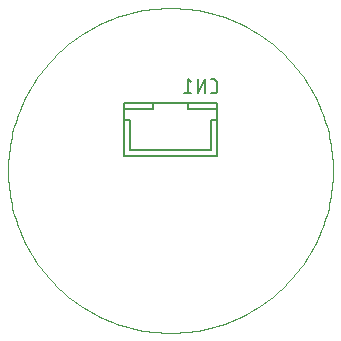
<source format=gbo>
G75*
%MOIN*%
%OFA0B0*%
%FSLAX25Y25*%
%IPPOS*%
%LPD*%
%AMOC8*
5,1,8,0,0,1.08239X$1,22.5*
%
%ADD10C,0.00000*%
%ADD11C,0.00600*%
%ADD12C,0.00500*%
D10*
X0055134Y0001000D02*
X0053816Y0001016D01*
X0052498Y0001064D01*
X0051182Y0001144D01*
X0049869Y0001257D01*
X0048559Y0001401D01*
X0047252Y0001577D01*
X0045950Y0001785D01*
X0044654Y0002024D01*
X0043364Y0002295D01*
X0042080Y0002597D01*
X0040805Y0002931D01*
X0039538Y0003295D01*
X0038280Y0003690D01*
X0037033Y0004116D01*
X0035796Y0004572D01*
X0034570Y0005058D01*
X0033357Y0005573D01*
X0032156Y0006118D01*
X0030970Y0006693D01*
X0029797Y0007295D01*
X0028640Y0007926D01*
X0027498Y0008586D01*
X0026373Y0009272D01*
X0025265Y0009986D01*
X0024174Y0010727D01*
X0023102Y0011494D01*
X0022049Y0012287D01*
X0021015Y0013105D01*
X0020002Y0013949D01*
X0019009Y0014817D01*
X0018038Y0015708D01*
X0017089Y0016623D01*
X0016163Y0017561D01*
X0015259Y0018521D01*
X0014380Y0019503D01*
X0013524Y0020506D01*
X0012693Y0021529D01*
X0011887Y0022573D01*
X0011107Y0023636D01*
X0010353Y0024717D01*
X0009626Y0025817D01*
X0008926Y0026933D01*
X0008253Y0028067D01*
X0007607Y0029217D01*
X0006990Y0030382D01*
X0006402Y0031561D01*
X0005842Y0032755D01*
X0005312Y0033962D01*
X0004811Y0035181D01*
X0004340Y0036413D01*
X0003899Y0037655D01*
X0003489Y0038908D01*
X0003109Y0040170D01*
X0002760Y0041442D01*
X0002442Y0042721D01*
X0002156Y0044008D01*
X0001900Y0045301D01*
X0001677Y0046600D01*
X0001485Y0047905D01*
X0001325Y0049213D01*
X0001197Y0050525D01*
X0001100Y0051840D01*
X0001036Y0053157D01*
X0001004Y0054475D01*
X0001004Y0055793D01*
X0001036Y0057111D01*
X0001100Y0058428D01*
X0001197Y0059743D01*
X0001325Y0061055D01*
X0001485Y0062363D01*
X0001677Y0063668D01*
X0001900Y0064967D01*
X0002156Y0066260D01*
X0002442Y0067547D01*
X0002760Y0068826D01*
X0003109Y0070098D01*
X0003489Y0071360D01*
X0003899Y0072613D01*
X0004340Y0073855D01*
X0004811Y0075087D01*
X0005312Y0076306D01*
X0005842Y0077513D01*
X0006402Y0078707D01*
X0006990Y0079886D01*
X0007607Y0081051D01*
X0008253Y0082201D01*
X0008926Y0083335D01*
X0009626Y0084451D01*
X0010353Y0085551D01*
X0011107Y0086632D01*
X0011887Y0087695D01*
X0012693Y0088739D01*
X0013524Y0089762D01*
X0014380Y0090765D01*
X0015259Y0091747D01*
X0016163Y0092707D01*
X0017089Y0093645D01*
X0018038Y0094560D01*
X0019009Y0095451D01*
X0020002Y0096319D01*
X0021015Y0097163D01*
X0022049Y0097981D01*
X0023102Y0098774D01*
X0024174Y0099541D01*
X0025265Y0100282D01*
X0026373Y0100996D01*
X0027498Y0101682D01*
X0028640Y0102342D01*
X0029797Y0102973D01*
X0030970Y0103575D01*
X0032156Y0104150D01*
X0033357Y0104695D01*
X0034570Y0105210D01*
X0035796Y0105696D01*
X0037033Y0106152D01*
X0038280Y0106578D01*
X0039538Y0106973D01*
X0040805Y0107337D01*
X0042080Y0107671D01*
X0043364Y0107973D01*
X0044654Y0108244D01*
X0045950Y0108483D01*
X0047252Y0108691D01*
X0048559Y0108867D01*
X0049869Y0109011D01*
X0051182Y0109124D01*
X0052498Y0109204D01*
X0053816Y0109252D01*
X0055134Y0109268D01*
X0056452Y0109252D01*
X0057770Y0109204D01*
X0059086Y0109124D01*
X0060399Y0109011D01*
X0061709Y0108867D01*
X0063016Y0108691D01*
X0064318Y0108483D01*
X0065614Y0108244D01*
X0066904Y0107973D01*
X0068188Y0107671D01*
X0069463Y0107337D01*
X0070730Y0106973D01*
X0071988Y0106578D01*
X0073235Y0106152D01*
X0074472Y0105696D01*
X0075698Y0105210D01*
X0076911Y0104695D01*
X0078112Y0104150D01*
X0079298Y0103575D01*
X0080471Y0102973D01*
X0081628Y0102342D01*
X0082770Y0101682D01*
X0083895Y0100996D01*
X0085003Y0100282D01*
X0086094Y0099541D01*
X0087166Y0098774D01*
X0088219Y0097981D01*
X0089253Y0097163D01*
X0090266Y0096319D01*
X0091259Y0095451D01*
X0092230Y0094560D01*
X0093179Y0093645D01*
X0094105Y0092707D01*
X0095009Y0091747D01*
X0095888Y0090765D01*
X0096744Y0089762D01*
X0097575Y0088739D01*
X0098381Y0087695D01*
X0099161Y0086632D01*
X0099915Y0085551D01*
X0100642Y0084451D01*
X0101342Y0083335D01*
X0102015Y0082201D01*
X0102661Y0081051D01*
X0103278Y0079886D01*
X0103866Y0078707D01*
X0104426Y0077513D01*
X0104956Y0076306D01*
X0105457Y0075087D01*
X0105928Y0073855D01*
X0106369Y0072613D01*
X0106779Y0071360D01*
X0107159Y0070098D01*
X0107508Y0068826D01*
X0107826Y0067547D01*
X0108112Y0066260D01*
X0108368Y0064967D01*
X0108591Y0063668D01*
X0108783Y0062363D01*
X0108943Y0061055D01*
X0109071Y0059743D01*
X0109168Y0058428D01*
X0109232Y0057111D01*
X0109264Y0055793D01*
X0109264Y0054475D01*
X0109232Y0053157D01*
X0109168Y0051840D01*
X0109071Y0050525D01*
X0108943Y0049213D01*
X0108783Y0047905D01*
X0108591Y0046600D01*
X0108368Y0045301D01*
X0108112Y0044008D01*
X0107826Y0042721D01*
X0107508Y0041442D01*
X0107159Y0040170D01*
X0106779Y0038908D01*
X0106369Y0037655D01*
X0105928Y0036413D01*
X0105457Y0035181D01*
X0104956Y0033962D01*
X0104426Y0032755D01*
X0103866Y0031561D01*
X0103278Y0030382D01*
X0102661Y0029217D01*
X0102015Y0028067D01*
X0101342Y0026933D01*
X0100642Y0025817D01*
X0099915Y0024717D01*
X0099161Y0023636D01*
X0098381Y0022573D01*
X0097575Y0021529D01*
X0096744Y0020506D01*
X0095888Y0019503D01*
X0095009Y0018521D01*
X0094105Y0017561D01*
X0093179Y0016623D01*
X0092230Y0015708D01*
X0091259Y0014817D01*
X0090266Y0013949D01*
X0089253Y0013105D01*
X0088219Y0012287D01*
X0087166Y0011494D01*
X0086094Y0010727D01*
X0085003Y0009986D01*
X0083895Y0009272D01*
X0082770Y0008586D01*
X0081628Y0007926D01*
X0080471Y0007295D01*
X0079298Y0006693D01*
X0078112Y0006118D01*
X0076911Y0005573D01*
X0075698Y0005058D01*
X0074472Y0004572D01*
X0073235Y0004116D01*
X0071988Y0003690D01*
X0070730Y0003295D01*
X0069463Y0002931D01*
X0068188Y0002597D01*
X0066904Y0002295D01*
X0065614Y0002024D01*
X0064318Y0001785D01*
X0063016Y0001577D01*
X0061709Y0001401D01*
X0060399Y0001257D01*
X0059086Y0001144D01*
X0057770Y0001064D01*
X0056452Y0001016D01*
X0055134Y0001000D01*
D11*
X0039583Y0059858D02*
X0070685Y0059858D01*
X0070685Y0071866D01*
X0068618Y0071866D01*
X0068618Y0061925D01*
X0041650Y0061925D01*
X0041650Y0071866D01*
X0039583Y0071866D01*
X0039583Y0059858D01*
X0039583Y0071866D02*
X0039583Y0075508D01*
X0049228Y0075508D01*
X0049228Y0077575D01*
X0039583Y0077575D01*
X0039583Y0075508D01*
X0049228Y0077575D02*
X0061039Y0077575D01*
X0061039Y0075508D01*
X0070685Y0075508D01*
X0070685Y0071866D01*
X0070685Y0075508D02*
X0070685Y0077575D01*
X0061039Y0077575D01*
D12*
X0060817Y0080974D02*
X0060817Y0085474D01*
X0062067Y0084474D01*
X0064217Y0085474D02*
X0064217Y0080974D01*
X0066717Y0085474D01*
X0066717Y0080974D01*
X0068632Y0080974D02*
X0069632Y0080974D01*
X0069692Y0080976D01*
X0069753Y0080981D01*
X0069812Y0080990D01*
X0069871Y0081003D01*
X0069930Y0081019D01*
X0069987Y0081039D01*
X0070042Y0081062D01*
X0070097Y0081089D01*
X0070149Y0081118D01*
X0070200Y0081151D01*
X0070249Y0081187D01*
X0070295Y0081225D01*
X0070339Y0081267D01*
X0070381Y0081311D01*
X0070419Y0081357D01*
X0070455Y0081406D01*
X0070488Y0081457D01*
X0070517Y0081509D01*
X0070544Y0081564D01*
X0070567Y0081619D01*
X0070587Y0081676D01*
X0070603Y0081735D01*
X0070616Y0081794D01*
X0070625Y0081853D01*
X0070630Y0081914D01*
X0070632Y0081974D01*
X0070632Y0084474D01*
X0070630Y0084534D01*
X0070625Y0084595D01*
X0070616Y0084654D01*
X0070603Y0084713D01*
X0070587Y0084772D01*
X0070567Y0084829D01*
X0070544Y0084884D01*
X0070517Y0084939D01*
X0070488Y0084991D01*
X0070455Y0085042D01*
X0070419Y0085091D01*
X0070381Y0085137D01*
X0070339Y0085181D01*
X0070295Y0085223D01*
X0070249Y0085261D01*
X0070200Y0085297D01*
X0070149Y0085330D01*
X0070097Y0085359D01*
X0070042Y0085386D01*
X0069987Y0085409D01*
X0069930Y0085429D01*
X0069871Y0085445D01*
X0069812Y0085458D01*
X0069753Y0085467D01*
X0069692Y0085472D01*
X0069632Y0085474D01*
X0068632Y0085474D01*
X0062067Y0080974D02*
X0059567Y0080974D01*
M02*

</source>
